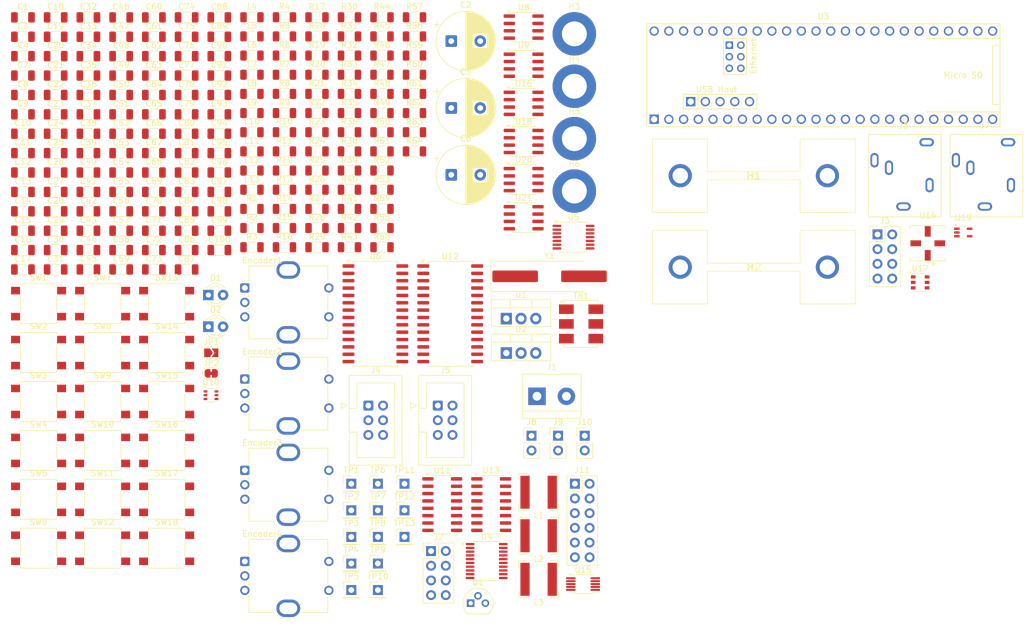
<source format=kicad_pcb>
(kicad_pcb (version 20241229) (generator "pcbnew") (generator_version "9.0")
  (layers (0 "F.Cu" signal) (2 "B.Cu" signal) (13 "F.Paste" user) (15 "B.Paste" user) (5 "F.SilkS" user "F.Silkscreen") (7 "B.SilkS" user "B.Silkscreen") (1 "F.Mask" user) (3 "B.Mask" user) (25 "Edge.Cuts" user))
  (net 0 "")
  (net 1 "+5V")
  (net 2 "GND")
  (net 3 "+12V")
  (net 4 "Net-(U1-VO)")
  (net 5 "Net-(U2-VO)")
  (net 6 "+3V3")
  (net 7 "Net-(U4-VNEG)")
  (net 8 "Net-(U4-CAPM)")
  (net 9 "Net-(U4-CAPP)")
  (net 10 "Net-(U4-LDOO)")
  (net 11 "Net-(C23-Pad1)")
  (net 12 "Net-(C24-Pad2)")
  (net 13 "Net-(U5-VREF)")
  (net 14 "Net-(C27-Pad2)")
  (net 15 "Net-(C28-Pad2)")
  (net 16 "Net-(U6-GPB3)")
  (net 17 "Net-(U6-GPB1)")
  (net 18 "Net-(U6-GPA5)")
  (net 19 "Net-(U6-GPB0)")
  (net 20 "Net-(U6-GPB4)")
  (net 21 "Net-(U6-GPA2)")
  (net 22 "Net-(U6-GPB5)")
  (net 23 "Net-(C38-Pad1)")
  (net 24 "/TX Q")
  (net 25 "Net-(C39-Pad1)")
  (net 26 "/TX I")
  (net 27 "Net-(C41-Pad1)")
  (net 28 "Net-(C42-Pad1)")
  (net 29 "Net-(U6-GPB6)")
  (net 30 "Net-(U8C-V+)")
  (net 31 "Net-(U8A-+)")
  (net 32 "Net-(U6-GPB2)")
  (net 33 "Net-(U6-GPB7)")
  (net 34 "Net-(C49-Pad1)")
  (net 35 "Net-(U9A--)")
  (net 36 "Net-(U8A--)")
  (net 37 "Net-(C50-Pad1)")
  (net 38 "Net-(U6-GPA3)")
  (net 39 "Net-(U6-GPA4)")
  (net 40 "Net-(U10-IN)")
  (net 41 "Net-(J9-Pin_2)")
  (net 42 "Net-(C56-Pad2)")
  (net 43 "Net-(C57-Pad2)")
  (net 44 "Net-(C57-Pad1)")
  (net 45 "Net-(C58-Pad2)")
  (net 46 "Net-(C59-Pad2)")
  (net 47 "Net-(C59-Pad1)")
  (net 48 "Net-(U9C-V+)")
  (net 49 "Net-(U11-1B4)")
  (net 50 "Net-(U11-1B1)")
  (net 51 "Net-(U11-1B3)")
  (net 52 "Net-(U11-1B2)")
  (net 53 "Net-(U13-1A)")
  (net 54 "Net-(U10-OUT)")
  (net 55 "Net-(Q1-G)")
  (net 56 "Net-(C70-Pad2)")
  (net 57 "Net-(U11-VCC)")
  (net 58 "/ExciterEnable")
  (net 59 "Net-(U13-VCC)")
  (net 60 "Net-(C75-Pad2)")
  (net 61 "Net-(C77-Pad1)")
  (net 62 "Net-(U13-1B1)")
  (net 63 "Net-(U13-1B4)")
  (net 64 "Net-(C78-Pad1)")
  (net 65 "Net-(U13-1B2)")
  (net 66 "Net-(C79-Pad1)")
  (net 67 "Net-(U13-1B3)")
  (net 68 "Net-(C80-Pad1)")
  (net 69 "Net-(U14-IN)")
  (net 70 "Net-(U15-CLK2)")
  (net 71 "Net-(U17-RF1)")
  (net 72 "Net-(C86-Pad1)")
  (net 73 "Net-(U14-OUT)")
  (net 74 "Net-(U17-RF2)")
  (net 75 "Net-(U18A-+)")
  (net 76 "Net-(U15-VDD)")
  (net 77 "Net-(U16C-V+)")
  (net 78 "Net-(C93-Pad2)")
  (net 79 "Net-(C94-Pad2)")
  (net 80 "Net-(U21A-+)")
  (net 81 "Net-(C96-Pad1)")
  (net 82 "Net-(C96-Pad2)")
  (net 83 "Net-(U21B-+)")
  (net 84 "Net-(C98-Pad2)")
  (net 85 "Net-(C98-Pad1)")
  (net 86 "Net-(U21C-V+)")
  (net 87 "Net-(D1-A)")
  (net 88 "Net-(D1-K)")
  (net 89 "Net-(D2-A)")
  (net 90 "Net-(D2-K)")
  (net 91 "+12P")
  (net 92 "/MISO")
  (net 93 "/C{slash}S")
  (net 94 "/SCLK")
  (net 95 "/MOSI")
  (net 96 "/BAND2")
  (net 97 "/BAND3")
  (net 98 "/BAND0")
  (net 99 "/BAND1")
  (net 100 "/BAND4")
  (net 101 "/RXTX")
  (net 102 "/D-")
  (net 103 "/D+")
  (net 105 "Net-(J4-Pin_5)")
  (net 107 "/Key2 in")
  (net 109 "/Key1 in")
  (net 111 "/PTT in")
  (net 112 "Net-(J8-Pin_1)")
  (net 113 "Net-(J8-Pin_2)")
  (net 114 "Net-(J10-Pin_1)")
  (net 115 "Net-(JP1-A)")
  (net 116 "Net-(L6-Pad1)")
  (net 117 "Net-(L8-Pad2)")
  (net 118 "Net-(L11-Pad1)")
  (net 119 "Net-(U4-XSMT)")
  (net 120 "Net-(U4-OUTL)")
  (net 121 "Net-(U4-OUTR)")
  (net 122 "Net-(U5-SCKI)")
  (net 123 "/CLK")
  (net 124 "/LRCK")
  (net 125 "Net-(U5-LRCK)")
  (net 126 "/BCK")
  (net 127 "Net-(U5-BCK)")
  (net 128 "Net-(U6-~{RESET})")
  (net 129 "Net-(U9B--)")
  (net 130 "Net-(U8B--)")
  (net 131 "Net-(U12-~{RESET})")
  (net 132 "Net-(U13-1~{OE})")
  (net 133 "/CW")
  (net 134 "Net-(U16B--)")
  (net 135 "Net-(U16B-+)")
  (net 136 "Net-(U16A--)")
  (net 137 "Net-(U16A-+)")
  (net 138 "Net-(U18A--)")
  (net 139 "Net-(R44-Pad2)")
  (net 140 "Net-(R45-Pad2)")
  (net 141 "Net-(U20-ADJ)")
  (net 142 "Net-(R51-Pad1)")
  (net 143 "/SCL")
  (net 144 "Net-(U21A--)")
  (net 145 "Net-(U21B--)")
  (net 146 "/SDA")
  (net 147 "/RX Q")
  (net 148 "Net-(U12-GPA0)")
  (net 149 "Net-(U12-GPA1)")
  (net 150 "Net-(U12-GPA2)")
  (net 151 "Net-(U12-GPA3)")
  (net 152 "Net-(U12-GPA4)")
  (net 153 "Net-(U12-GPA5)")
  (net 154 "Net-(U12-GPA6)")
  (net 155 "Net-(U12-GPA7)")
  (net 156 "Net-(U12-GPB0)")
  (net 157 "Net-(U12-GPB1)")
  (net 158 "Net-(U12-GPB2)")
  (net 159 "Net-(U12-GPB3)")
  (net 160 "Net-(U12-GPB4)")
  (net 161 "Net-(U12-GPB5)")
  (net 162 "Net-(U12-GPB6)")
  (net 163 "Net-(U12-GPB7)")
  (net 164 "Net-(U6-GPA0)")
  (net 165 "Net-(U6-GPA1)")
  (net 166 "Net-(U11-1A)")
  (net 167 "Net-(U11-2A)")
  (net 169 "/DAUDIO_OUT")
  (net 170 "/ADC_IN")
  (net 172 "/INT2")
  (net 173 "/SDA1")
  (net 175 "/SCL1")
  (net 177 "Net-(U11-S0)")
  (net 178 "Net-(U11-S1)")
  (net 182 "/INT1")
  (net 183 "Net-(U15-XB)")
  (net 184 "Net-(U15-XA)")
  (net 195 "/Tx")
  (net 196 "/RX I")
  (net 200 "/TX Mode")
  (net 210 "/Rx")
  (net 221 "Net-(U17-V2)")
  (footprint "Resistor_SMD:R_1206_3216Metric" (layer "F.Cu") (at 85.1075 75.895)
    (property "Reference" "R50")
    (property "Value" "10k")
  )
  (footprint "Rotary_Encoder:RotaryEncoder_Bourns_Vertical_PEC12R-3x17F-Sxxxx" (layer "F.Cu") (at 61.4375 102.785)
    (property "Reference" "Encoder1")
    (property "Value" "RotaryEncoder_Switch")
  )
  (footprint "Package_SO:SOIC-8_3.9x4.9mm_P1.27mm" (layer "F.Cu") (at 109.5575 70.91)
    (property "Reference" "U16")
    (property "Value" "AD8599")
  )
  (footprint "Resistor_SMD:R_1206_3216Metric" (layer "F.Cu") (at 85.1075 82.515)
    (property "Reference" "R52")
    (property "Value" "100R")
  )
  (footprint "Capacitor_SMD:C_1206_3216Metric" (layer "F.Cu") (at 45.7375 62.755)
    (property "Reference" "C62")
    (property "Value" "10uF 50V")
  )
  (footprint "Resistor_SMD:R_1206_3216Metric" (layer "F.Cu") (at 68.2775 79.205)
    (property "Reference" "R11")
    (property "Value" "10k")
  )
  (footprint "Capacitor_SMD:C_1206_3216Metric" (layer "F.Cu") (at 51.3875 89.555)
    (property "Reference" "C84")
    (property "Value" "10nF 50V")
  )
  (footprint "Package_SO:SOIC-16_3.9x9.9mm_P1.27mm" (layer "F.Cu") (at 103.9575 140.22)
    (property "Reference" "U13")
    (property "Value" "74CBTLV3253DR")
  )
  (footprint "Resistor_SMD:R_1206_3216Metric" (layer "F.Cu") (at 85.1075 92.445)
    (property "Reference" "R55")
    (property "Value" "5k1")
  )
  (footprint "Connector_PinHeader_2.54mm:PinHeader_1x01_P2.54mm_Vertical" (layer "F.Cu") (at 84.3975 141.205)
    (property "Reference" "TP7")
    (property "Value" "TestPoint")
  )
  (footprint "Resistor_SMD:R_1206_3216Metric" (layer "F.Cu") (at 62.6675 92.445)
    (property "Reference" "R2")
    (property "Value" "470R")
  )
  (footprint "Capacitor_SMD:C_1206_3216Metric" (layer "F.Cu") (at 34.4375 72.805)
    (property "Reference" "C37")
    (property "Value" "0.01uF 50V")
  )
  (footprint "Capacitor_SMD:C_1206_3216Metric" (layer "F.Cu") (at 23.1375 89.555)
    (property "Reference" "C14")
    (property "Value" "2.2uF 16V")
  )
  (footprint "LED_THT:LED_D3.0mm" (layer "F.Cu") (at 55.1375 109.485)
    (property "Reference" "D2")
    (property "Value" "LED")
  )
  (footprint "Connector_PinHeader_2.54mm:PinHeader_1x01_P2.54mm_Vertical" (layer "F.Cu") (at 79.8075 154.975)
    (property "Reference" "TP5")
    (property "Value" "TestPoint")
  )
  (footprint "Capacitor_SMD:C_1206_3216Metric" (layer "F.Cu") (at 57.0375 69.455)
    (property "Reference" "C92")
    (property "Value" "0.1uF 50V")
  )
  (footprint "Capacitor_SMD:C_1206_3216Metric" (layer "F.Cu") (at 45.7375 92.905)
    (property "Reference" "C71")
    (property "Value" "0.1uF 50V")
  )
  (footprint "Package_SO:TSSOP-20_4.4x6.5mm_P0.65mm" (layer "F.Cu") (at 103.1725 149.965)
    (property "Reference" "U4")
    (property "Value" "PCM5102")
  )
  (footprint "Package_SO:SOIC-8_3.9x4.9mm_P1.27mm" (layer "F.Cu") (at 109.5575 57.74)
    (property "Reference" "U8")
    (property "Value" "MC33078")
  )
  (footprint "Resistor_SMD:R_1206_3216Metric" (layer "F.Cu") (at 90.7175 69.275)
    (property "Reference" "R61")
    (property "Value" "5k1")
  )
  (footprint "Capacitor_SMD:C_1206_3216Metric" (layer "F.Cu") (at 23.1375 92.905)
    (property "Reference" "C15")
    (property "Value" "10uF 16V")
  )
  (footprint "Capacitor_SMD:C_1206_3216Metric" (layer "F.Cu") (at 23.1375 76.155)
    (property "Reference" "C10")
    (property "Value" "0.1uF 50V")
  )
  (footprint "Resistor_SMD:R_1206_3216Metric" (layer "F.Cu") (at 73.8875 85.825)
    (property "Reference" "R26")
    (property "Value" "36R5")
  )
  (footprint "Resistor_SMD:R_1206_3216Metric" (layer "F.Cu") (at 73.8875 62.655)
    (property "Reference" "R19")
    (property "Value" "10k 1%")
  )
  (footprint "Resistor_SMD:R_1206_3216Metric" (layer "F.Cu") (at 62.6675 95.755)
    (property "Reference" "R3")
    (property "Value" "470R")
  )
  (footprint "Package_TO_SOT_SMD:SOT-363_SC-70-6" (layer "F.Cu") (at 55.5875 121.32)
    (property "Reference" "U10")
    (property "Value" "PSA-8A+")
  )
  (footprint "Rotary_Encoder:RotaryEncoder_Bourns_Vertical_PEC12R-3x17F-Sxxxx" (layer "F.Cu") (at 61.4375 118.535)
    (property "Reference" "Encoder2")
    (property "Value" "RotaryEncoder_Switch")
  )
  (footprint "Connector_PinHeader_2.54mm:PinHeader_1x02_P2.54mm_Vertical" (layer "F.Cu") (at 115.5075 128.325)
    (property "Reference" "J9")
    (property "Value" "RX RF in")
  )
  (footprint "Capacitor_SMD:C_1206_3216Metric" (layer "F.Cu") (at 57.0375 89.555)
    (property "Reference" "C98")
    (property "Value" "105pF 50V")
  )
  (footprint "Resistor_SMD:R_1206_3216Metric" (layer "F.Cu") (at 85.1075 89.135)
    (property "Reference" "R54")
    (property "Value" "2k2")
  )
  (footprint "Resistor_SMD:R_1206_3216Metric" (layer "F.Cu") (at 90.7175 79.205)
    (property "Reference" "R64")
    (property "Value" "0")
  )
  (footprint "Package_SO:SOIC-8_3.9x4.9mm_P1.27mm" (layer "F.Cu") (at 109.5575 64.325)
    (property "Reference" "U9")
    (property "Value" "MC33078")
  )
  (footprint "Capacitor_SMD:C_1206_3216Metric" (layer "F.Cu") (at 28.7875 59.405)
    (property "Reference" "C19")
    (property "Value" "0.1uF 50V")
  )
  (footprint "Connector_PinHeader_2.54mm:PinHeader_1x01_P2.54mm_Vertical" (layer "F.Cu") (at 84.3975 154.975)
    (property "Reference" "TP10")
    (property "Value" "TestPoint")
  )
  (footprint "Resistor_SMD:R_1206_3216Metric" (layer "F.Cu") (at 62.6675 69.275)
    (property "Reference" "L8")
    (property "Value" "FB")
  )
  (footprint "Button_Switch_SMD:SW_SPST_B3S-1000" (layer "F.Cu") (at 36.8875 122.405)
    (property "Reference" "SW9")
    (property "Value" "SW_Omron_B3FS")
  )
  (footprint "Button_Switch_SMD:SW_SPST_B3S-1000" (layer "F.Cu") (at 25.8375 139.305)
    (property "Reference" "SW5")
    (property "Value" "SW_Omron_B3FS")
  )
  (footprint "Capacitor_SMD:C_1206_3216Metric" (layer "F.Cu") (at 45.7375 66.105)
    (property "Reference" "C63")
    (property "Value" "0.1uF 50V")
  )
  (footprint "Resistor_SMD:R_1206_3216Metric" (layer "F.Cu") (at 68.2775 95.755)
    (property "Reference" "R16")
    (property "Value" "2k2")
  )
  (footprint "Resistor_SMD:R_1206_3216Metric" (layer "F.Cu") (at 85.1075 79.205)
    (property "Reference" "R51")
    (property "Value" "330R")
  )
  (footprint "Resistor_SMD:R_1206_3216Metric" (layer "F.Cu") (at 73.8875 72.585)
    (property "Reference" "R22")
    (property "Value" "49R9 1%")
  )
  (footprint "Button_Switch_SMD:SW_SPST_B3S-1000" (layer "F.Cu") (at 36.8875 105.505)
    (property "Reference" "SW7")
    (property "Value" "SW_Omron_B3FS")
  )
  (footprint "Resistor_SMD:R_1206_3216Metric" (layer "F.Cu") (at 79.4975 72.585)
    (property "Reference" "R35")
    (property "Value" "2k2")
  )
  (footprint "Resistor_SMD:R_1206_3216Metric" (layer "F.Cu") (at 73.8875 95.755)
    (property "Reference" "R29")
    (property "Value" "500R")
  )
  (footprint "Button_Switch_SMD:SW_SPST_B3S-1000" (layer "F.Cu") (at 47.9375 139.305)
    (property "Reference" "SW17")
    (property "Value" "SW_Omron_B3FS")
  )
  (footprint "Connector_PinHeader_2.54mm:PinHeader_1x01_P2.54mm_Vertical" (layer "F.Cu") (at 79.8075 136.615)
    (property "Reference" "TP1")
    (property "Value" "TestPoint")
  )
  (footprint "Resistor_SMD:R_1206_3216Metric" (layer "F.Cu") (at 90.7175 59.345)
    (property "Reference" "R58")
    (property "Value" "5k1")
  )
  (footprint "Connector_PinHeader_2.54mm:PinHeader_1x02_P2.54mm_Vertical" (layer "F.Cu") (at 110.9175 128.325)
    (property "Reference" "J8")
    (property "Value" "Header")
  )
  (footprint "Resistor_SMD:R_1206_3216Metric" (layer "F.Cu") (at 90.7175 62.655)
    (property "Reference" "R59")
    (property "Value" "5k1")
  )
  (footprint "Connector_IDC:IDC-Header_2x03_P2.54mm_Vertical" (layer "F.Cu") (at 82.7525 123.105)
    (property "Reference" "J4")
    (property "Value" "USBHost")
  )
  (footprint "Capacitor_SMD:C_1206_3216Metric" (layer "F.Cu") (at 40.0875 82.855)
    (property "Reference" "C54")
    (property "Value" "0.01uF 50V")
  )
  (footprint "Button_Switch_SMD:SW_SPST_B3S-1000" (layer "F.Cu") (at 25.8375 147.755)
    (property "Reference" "SW6")
    (property "Value" "SW_Omron_B3FS")
  )
  (footprint "Resistor_SMD:R_1206_3216Metric" (layer "F.Cu") (at 90.7175 56.035)
    (property "Reference" "R57")
    (property "Value" "5k1")
  )
  (footprint "Button_Switch_SMD:SW_SPST_B3S-1000" (layer "F.Cu") (at 25.8375 122.405)
    (property "Reference" "SW3")
    (property "Value" "SW_Omron_B3FS")
  )
  (footprint "Capacitor_SMD:C_1206_3216Metric" (layer "F.Cu") (at 34.4375 89.555)
    (property "Reference" "C42")
    (property "Value" "10nF 50V")
  )
  (footprint "Capacitor_SMD:C_1206_3216Metric" (layer "F.Cu") (at 45.7375 56.055)
    (property "Reference" "C60")
    (property "Value" "0.1uF 50V")
  )
  (footprint "Capacitor_SMD:C_1206_3216Metric" (layer "F.Cu") (at 34.4375 92.905)
    (property "Reference" "C43")
    (property "Value" "0.01uF 50V")
  )
  (footprint "Capacitor_SMD:C_1206_3216Metric" (layer "F.Cu") (at 34.4375 56.055)
    (property "Reference" "C32")
    (property "Value" "0.01uF 50V")
  )
  (footprint "MountingHole:MountingHole_4.3mm_M4_DIN965_Pad" (layer "F.Cu") (at 118.3075 77.005)
    (property "Reference" "H5")
    (property "Value" "~")
  )
  (footprint "Button_Switch_SMD:SW_SPST_B3S-1000" (layer "F.Cu") (at 36.8875 113.955)
    (property "Reference" "SW8")
    (property "Value" "SW_Omron_B3FS")
  )
  (footprint "Capacitor_SMD:C_1206_3216Metric" (layer "F.Cu") (at 45.7375 99.605)
    (property "Reference" "C73")
    (property "Value" "0.1uF 50V")
  )
  (footprint "MountingHole:MountingHole_4.3mm_M4_DIN965_Pad" (layer "F.Cu") (at 118.3075 67.955)
    (property "Reference" "H4")
    (property "Value" "~")
  )
  (footprint "Resistor_SMD:R_1206_3216Metric" (layer "F.Cu") (at 73.8875 82.515)
    (property "Reference" "R25")
    (property "Value" "49R9 1%")
  )
  (footprint "Capacitor_SMD:C_1206_3216Metric" (layer "F.Cu") (at 45.7375 82.855)
    (property "Reference" "C68")
    (property "Value" "0.1uF 50V")
  )
  (footprint "Capacitor_SMD:C_1206_3216Metric" (layer "F.Cu") (at 51.3875 92.905)
    (property "Reference" "C85")
    (property "Value" "0.1uF 50V")
  )
  (footprint "Resistor_SMD:R_1206_3216Metric" (layer "F.Cu") (at 79.4975 75.895)
    (property "Reference" "R36")
    (property "Value" "2k2")
  )
  (footprint "Capacitor_SMD:C_1206_3216Metric" (layer "F.Cu") (at 57.0375 66.105)
    (property "Reference" "C91")
    (property "Value" "0.1uF 50V")
  )
  (footprint "Button_Switch_SMD:SW_SPST_B3S-1000" (layer "F.Cu") (at 36.8875 147.755)
    (property "Reference" "SW12")
    (property "Value" "SW_Omron_B3FS")
  )
  (footprint "Resistor_SMD:R_1206_3216Metric" (layer "F.Cu") (at 73.8875 59.345)
    (property "Reference" "R18")
    (property "Value" "10k 1%")
  )
  (footprint "Capacitor_SMD:C_1206_3216Metric" (layer "F.Cu") (at 57.0375 59.405)
    (property "Reference" "C89")
    (property "Value" "0.1uF 50V")
  )
  (footprint "Resistor_SMD:R_1206_3216Metric" (layer "F.Cu") (at 73.8875 89.135)
    (property "Reference" "R27")
    (property "Value" "2.2K")
  )
  (footprint "Connector_PinHeader_2.54mm:PinHeader_1x01_P2.54mm_Vertical" (layer "F.Cu") (at 79.8075 150.385)
    (property "Reference" "TP4")
    (property "Value" "TestPoint")
  )
  (footprint "Capacitor_THT:CP_Radial_D10.0mm_P5.00mm" (layer "F.Cu") (at 97.062146 71.705)
    (property "Reference" "C5")
    (property "Value" "470uF 25V")
  )
  (footprint "Button_Switch_SMD:SW_SPST_B3S-1000" (layer "F.Cu") (at 25.8375 105.505)
    (property "Reference" "SW1")
    (property "Value" "SW_Omron_B3FS")
  )
  (footprint "Capacitor_SMD:C_1206_3216Metric" (layer "F.Cu") (at 51.3875 62.755)
    (property "Reference" "C76")
    (property "Value" "10uF 50V")
  )
  (footprint "Resistor_SMD:R_1206_3216Metric" (layer "F.Cu") (at 85.1075 85.825)
    (property "Reference" "R53")
    (property "Value" "2k2")
  )
  (footprint "Capacitor_SMD:C_1206_3216Metric" (layer "F.Cu") (at 57.0375 56.055)
    (property "Reference" "C88")
    (property "Value" "0.1uF 50V")
  )
  (footprint "Resistor_SMD:R_1206_3216Metric" (layer "F.Cu") (at 68.2775 69.275)
    (property "Reference" "R8")
    (property "Value" "330")
  )
  (footprint "Resistor_SMD:R_1206_3216Metric" (layer "F.Cu") (at 62.6675 85.825)
    (property "Reference" "L13")
    (property "Value" "FB")
  )
  (footprint "Jumper:SolderJumper-2_P1.3mm_Open_TrianglePad1.0x1.5mm" (layer "F.Cu") (at 55.6375 113.995)
    (property "Reference" "JP1")
    (property "Value" "SolderJumper_2_Open")
  )
  (footprint "Capacitor_SMD:C_1206_3216Metric" (layer "F.Cu") (at 45.7375 89.555)
    (property "Reference" "C70")
    (property "Value" "0.1uF 50V")
  )
  (footprint "Resistor_SMD:R_1206_3216Metric" (layer "F.Cu") (at 79.4975 69.275)
    (property "Reference" "R34")
    (property "Value" "10k")
  )
  (footprint "Capacitor_SMD:C_1206_3216Metric" (layer "F.Cu") (at 28.7875 79.505)
    (property "Reference" "C25")
    (property "Value" "0.1uF 50V")
  )
  (footprint "Resistor_SMD:R_1206_3216Metric" (layer "F.Cu") (at 85.1075 62.655)
    (property "Reference" "R46")
    (property "Value" "1k8")
  )
  (footprint "Rotary_Encoder:RotaryEncoder_Bourns_Vertical_PEC12R-3x17F-Sxxxx" (layer "F.Cu") (at 61.4375 150.035)
    (property "Reference" "Encoder4")
    (property "Value" "RotaryEncoder_Switch")
  )
  (footprint "Capacitor_SMD:C_1206_3216Metric" (layer "F.Cu") (at 57.0375 62.755)
    (property "Reference" "C90")
    (property "Value" "0.1uF 50V")
  )
  (footprint "Package_SO:SOIC-8_3.9x4.9mm_P1.27mm" (layer "F.Cu") (at 109.5575 90.665)
    (property "Reference" "U21")
    (property "Value" "OPA2209")
  )
  (footprint "Capacitor_SMD:C_1206_3216Metric" (layer "F.Cu") (at 23.1375 79.505)
    (property "Reference" "C11")
    (property "Value" "0.1uF 50V")
  )
  (footprint "Capacitor_SMD:C_1206_3216Metric" (layer "F.Cu") (at 57.0375 79.505)
    (property "Reference" "C95")
    (property "Value" "180pF 50V")
  )
  (footprint "Capacitor_SMD:C_1206_3216Metric" (layer "F.Cu") (at 23.1375 62.755)
    (property "Reference" "C4")
    (property "Value" "10uF 16V")
  )
  (footprint "Capacitor_SMD:C_1206_3216Metric" (layer "F.Cu") (at 57.0375 92.905)
    (property "Reference" "C99")
    (property "Value" "0.1uF 50V")
  )
  (footprint "Package_SO:SOIC-16_3.9x9.9mm_P1.27mm" (layer "F.Cu") (at 95.5075 140.22)
    (property "Reference" "U11")
    (property "Value" "74CBTLV3253DR")
  )
  (footprint "Resistor_SMD:R_1206_3216Metric" (layer "F.Cu") (at 85.1075 72.585)
    (property "Reference" "R49")
    (property "Value" "10k")
  )
  (footprint "Package_SO:SOIC-8_3.9x4.9mm_P1.27mm" (layer "F.Cu") (at 109.5575 77.495)
    (property "Reference" "U18")
    (property "Value" "LM358B")
  )
  (footprint "Capacitor_SMD:C_1206_3216Metric" (layer "F.Cu") (at 40.0875 76.155)
    (property "Reference" "C52")
    (property "Value" "0.01uF 50V")
  )
  (footprint "Resistor_SMD:R_1206_3216Metric" (layer "F.Cu") (at 68.2775 89.135)
    (property "Reference" "R14")
    (property "Value" "10k 1%")
  )
  (footprint "Connector_PinHeader_2.54mm:PinHeader_2x06_P2.54mm_Vertical" (layer "F.Cu") (at 118.3975 136.615)
    (property "Reference" "J11")
    (property "Value" "PA POWER +12V")
  )
  (footprint "Capacitor_SMD:C_1206_3216Metric" (layer "F.Cu") (at 40.0875 62.755)
    (property "Reference" "C48")
    (property "Value" "0.01uF 50V")
  )
  (footprint "Capacitor_SMD:C_1206_3216Metric" (layer "F.Cu") (at 40.0875 56.055)
    (property "Reference" "C46")
    (property "Value" "10uF 50V")
  )
  (footprint "Resistor_SMD:R_1206_3216Metric" (layer "F.Cu") (at 85.1075 59.345)
    (property "Reference" "R45")
    (property "Value" "2k")
  )
  (footprint "Capacitor_SMD:C_1206_3216Metric" (layer "F.Cu") (at 40.0875 86.205)
    (property "Reference" "C55")
    (property "Value" "0.1uF 50V")
  )
  (footprint "Capacitor_SMD:C_1206_3216Metric" (layer "F.Cu") (at 28.7875 56.055)
    (property "Reference" "C18")
    (property "Value" "0.1uF 50V")
  )
  (footprint "Button_Switch_SMD:SW_SPST_B3S-1000" (layer "F.Cu") (at 47.9375 130.855)
    (property "Reference" "SW16")
    (property "Value" "SW_Omron_B3FS")
  )
  (footprint "Package_SO:SOIC-28W_7.5x17.9mm_P1.27mm" (layer "F.Cu") (at 96.8775 107.26)
    (property "Reference" "U12")
    (property "Value" "MCP23017_SO")
  )
  (footprint "Capacitor_SMD:C_1206_3216Metric" (layer "F.Cu") (at 51.3875 56.055)
    (property "Reference" "C74")
    (property "Value" "0.1uF 50V")
  )
  (footprint "Connector_PinHeader_2.54mm:PinHeader_1x01_P2.54mm_Vertical" (layer "F.Cu") (at 84.3975 145.795)
    (property "Reference" "TP8")
    (property "Value" "TestPoint")
  )
  (footprint "Connector_PinHeader_2.54mm:PinHeader_1x01_P2.54mm_Vertical" (layer "F.Cu") (at 84.3975 150.385)
    (property "Reference" "TP9")
    (property "Value" "TestPoint")
  )
  (footprint "LED_THT:LED_D3.0mm" (layer "F.Cu") (at 55.1375 104.015)
    (property "Reference" "D1")
    (property "Value" "LED")
  )
  (footprint "Button_Switch_SMD:SW_SPST_B3S-1000" (layer "F.Cu") (at 47.9375 122.405)
    (property "Reference" "SW15")
    (property "Value" "SW_Omron_B3FS")
  )
  (footprint "Resistor_SMD:R_1206_3216Metric" (layer "F.Cu") (at 73.8875 92.445)
    (property "Reference" "R28")
    (property "Value" "10k")
  )
  (footprint "T41_KiCad_Library:EAT22038E" (layer "F.Cu") (at 136.585 83.405)
    (property "Reference" "H1")
    (property "Value" "EA-T220-38E" (hide yes))
  )
  (footprint "Resistor_SMD:R_1206_3216Metric" (layer "F.Cu") (at 73.8875 75.895)
    (property "Reference" "R23")
    (property "Value" "49R9 1%")
  )
  (footprint "Connector_PinHeader_2.54mm:PinHeader_1x01_P2.54mm_Vertical" (layer "F.Cu") (at 84.3975 136.615)
    (property "Reference" "TP6")
    (property "Value" "TestPoint")
  )
  (footprint "Resistor_SMD:R_1206_3216Metric" (layer "F.Cu") (at 73.8875 65.965)
    (property "Reference" "R20")
    (property "Value" "10k 1%")
  )
  (footprint "T41_KiCad_Library:Mini-Circuits_WW107" (layer "F.Cu") (at 179.302 95.082)
    (property "Reference" "U14")
    (property "Value" "MAR-3SM+")
  )
  (footprint "Capacitor_SMD:C_1206_3216Metric" (layer "F.Cu") (at 40.0875 99.605)
    (property "Reference" "C59")
    (property "Value" "10uF 50V")
  )
  (footprint "T41_KiCad_Library:SOT-SC70" (layer "F.Cu") (at 185.428 93.212)
    (property "Reference" "U19")
    (property "Value" "SN74LVC1G04DCK")
  )
  (footprint "Capacitor_SMD:C_1206_3216Metric" (layer "F.Cu") (at 51.3875 99.605)
    (property "Reference" "C87")
    (property "Value" "0.1uF 50V")
  )
  (footprint "Capacitor_SMD:C_1206_3216Metric" (layer "F.Cu") (at 34.4375 79.505)
    (property "Reference" "C39")
    (property "Value" "10uF 50V")
  )
  (footprint "Resistor_SMD:R_1206_3216Metric" (layer "F.Cu") (at 62.6675 89.135)
    (property "Reference" "R1")
    (property "Value" "2K2")
  )
  (footprint "MountingHole:MountingHole_4.3mm_M4_DIN965_Pad" (layer "F.Cu") (at 118.3075 86.055)
    (property "Reference" "H6")
    (property "Value" "~")
  )
  (footprint "Package_SO:SOIC-28W_7.5x17.9mm_P1.27mm" (layer "F.Cu") (at 83.9675 107.26)
    (property "Reference" "U6")
    (property "Value" "MCP23017_SO")
  )
  (footprint "Capacitor_SMD:C_1206_3216Metric" (layer "F.Cu") (at 28.7875 92.905)
    (property "Reference" "C29")
    (property "Value" "10uF 16V")
  )
  (footprint "Capacitor_SMD:C_1206_3216Metric" (layer "F.Cu") (at 45.7375 69.455)
    (property "Reference" "C64")
    (property "Value" "0.2uF 50V")
  )
  (footprint "Capacitor_SMD:C_1206_3216Metric" (layer "F.Cu") (at 57.0375 72.805)
    (property "Reference" "C93")
    (property "Value" "10uF 50V")
  )
  (footprint "Resistor_SMD:R_1206_3216Metric" (layer "F.Cu") (at 68.2775 85.825)
    (property "Reference" "R13")
    (property "Value" "2k2 1%")
  )
  (footprint "Button_Switch_SMD:SW_SPST_B3S-1000" (layer "F.Cu") (at 25.8375 113.955)
    (property "Reference" "SW2")
    (property "Value" "SW_Omron_B3FS")
  )
  (footprint "Resistor_SMD:R_1206_3216Metric" (layer "F.Cu") (at 79.4975 62.655)
    (property "Reference" "R32")
    (property "Value" "10k")
  )
  (footprint "Resistor_SMD:R_1206_3216Metric" (layer "F.Cu") (at 73.8875 79.205)
    (property "Reference" "R24")
    (property "Value" "49R9 1%")
  )
  (footprint "Capacitor_SMD:C_1206_3216Metric" (layer "F.Cu") (at 28.7875 62.755)
    (property "Reference" "C20")
    (property "Value" "10uF 16V")
  )
  (footprint "Resistor_SMD:R_1206_3216Metric" (layer "F.Cu") (at 85.1075 65.965)
    (property "Reference" "R47")
    (property "Value" "10k")
  )
  (footprint "T41_KiCad_Library:MASWSS0179-SOT-26" (layer "F.Cu") (at 177.992605 101.835605)
    (property "Reference" "U17")
    (property "Value" "MASWSS0179")
  )
  (footprint "Resistor_SMD:R_1206_3216Metric" (layer "F.Cu") (at 68.2775 82.515)
    (property "Reference" "R12")
    (property "Value" "2k2 1%")
  )
  (footprint "Button_Switch_SMD:SW_SPST_B3S-1000" (layer "F.Cu") (at 47.9375 105.505)
    (property "Reference" "SW13")
    (property "Value" "SW_Omron_B3FS")
  )
  (footprint "Button_Switch_SMD:SW_SPST_B3S-1000" (layer "F.Cu") (at 47.9375 147.755)
    (property "Reference" "SW18")
    (property "Value" "SW_Omron_B3FS")
  )
  (footprint "Capacitor_SMD:C_1206_3216Metric" (layer "F.Cu") (at 51.3875 59.405)
    (property "Reference" "C75")
    (property "Value" "0.1uF 50V")
  )
  (footprint "Capacitor_SMD:C_1206_3216Metric" (layer "F.Cu") (at 23.1375 99.605)
    (property "Reference" "C17")
    (property "Value" "0.1uF 50V")
  )
  (footprint "Capacitor_SMD:C_1206_3216Metric" (layer "F.Cu") (at 40.0875 89.555)
    (property "Reference" "C56")
    (property "Value" "10uF 50V")
  )
  (footprint "Resistor_SMD:R_1206_3216Metric" (layer "F.Cu") (at 73.8875 69.275)
    (property "Reference" "R21")
    (property "Value" "10k 1%")
  )
  (footprint "Resistor_SMD:R_1206_3216Metric" (layer "F.Cu") (at 62.6675 62.655)
    (property "Reference" "L6")
    (property "Value" "1.5uH")
  )
  (footprint "T41_KiCad_Library:Jack_3.5mm_STX-3081_Horizontal" (layer "F.Cu") (at 175.11 88.73)
    (property "Reference" "J6")
    (property "Value" "Rec_Out")
  )
  (footprint "Capacitor_SMD:C_1206_3216Metric" (layer "F.Cu") (at 34.4375 69.455)
    (property "Reference" "C36")
    (property "Value" "0.01uF 50V")
  )
  (footprint "Package_TO_SOT_THT:TO-220-3_Vertical" (layer "F.Cu") (at 106.5675 108.085)
    (property "Reference" "U1")
    (property "Value" "LM7805CT")
  )
  (footprint "Connector_PinHeader_2.54mm:PinHeader_1x01_P2.54mm_Vertical" (layer "F.Cu") (at 88.9875 136.615)
    (property "Reference" "TP11")
    (property "Value" "TestPoint")
  )
  (footprint "Capacitor_SMD:C_1206_3216Metric" (layer "F.Cu") (at 51.3875 79.505)
    (property "Reference" "C81")
    (property "Value" "10nF 50V")
  )
  (footprint "Capacitor_SMD:C_1206_3216Metric" (layer "F.Cu") (at 51.3875 96.255)
    (property "Reference" "C86")
    (property "Value" "0.1uF 50V")
  )
  (footprint "T41_KiCad_Library:EAT22038E" (layer "F.Cu") (at 136.585 99.205)
    (property "Reference" "H2")
    (property "Value" "EA-T220-38E" (hide yes))
  )
  (footprint "Capacitor_SMD:C_1206_3216Metric" (layer "F.Cu") (at 51.3875 69.455)
    (property "Reference" "C78")
    (property "Value" "1uF 50V")
  )
  (footprint "Capacitor_SMD:C_1206_3216Metric" (layer "F.Cu") (at 45.7375 59.405)
    (property "Reference" "C61")
    (property "Value" "0.1uF 50V")
  )
  (footprint "Capacitor_SMD:C_1206_3216Metric" (layer "F.Cu") (at 51.3875 86.205)
    (property "Reference" "C83")
    (property "Value" "10nF 50V")
  )
  (footprint "Crystal:Crystal_SMD_HC49-SD_HandSoldering" (layer "F.Cu") (at 114.0275 100.785)
    (property "Reference" "Y1")
    (property "Value" "25MHz")
  )
  (footprint "Button_Switch_SMD:SW_SPST_B3S-1000" (layer "F.Cu") (at 47.9375 113.955)
    (property "Reference" "SW14")
    (property "Value" "SW_Omron_B3FS")
  )
  (footprint "Capacitor_SMD:C_1206_3216Metric" (layer "F.Cu") (at 51.3875 82.855)
    (property "Reference" "C82")
    (property "Value" "10nF 50V")
  )
  (footprint "Package_TO_SOT_THT:TO-220-3_Vertical" (layer "F.Cu") (at 106.5675 114.035)
    (property "Reference" "U2")
    (property "Value" "LM1117T-3.3")
  )
  (footprint "Capacitor_THT:CP_Radial_D10.0mm_P5.00mm" (layer "F.Cu") (at 97.062146 83.255)
    (property "Reference" "C6")
    (property "Value" "470uF 25V")
  )
  (footprint "Capacitor_SMD:C_1206_3216Metric" (layer "F.Cu") (at 51.3875 66.105)
    (property "Reference" "C77")
    (property "Value" "1uF 50V")
  )
  (footprint "T41_KiCad_Library:Teensy41" (layer "F.Cu") (at 161.29 66.04)
    (property "Reference" "U3")
    (property "Value" "Teensy4.1")
  )
  (footprint "Capacitor_SMD:C_1206_3216Metric" (layer "F.Cu") (at 57.0375 96.255)
    (property "Reference" "C100")
    (property "Value" "0.1uF 50V")
  )
  (footprint "Resistor_SMD:R_1206_3216Metric" (layer "F.Cu") (at 79.4975 85.825)
    (property "Reference" "R40")
    (property "Value" "100R")
  )
  (footprint "Resistor_SMD:R_1206_3216Metric" (layer "F.Cu") (at 62.6675 75.895)
    (property "Reference" "L10")
    (property "Value" "FB")
  )
  (footprint "Capacitor_SMD:C_1206_3216Metric" (layer "F.Cu") (at 28.7875 99.605)
    (property "Reference" "C31")
    (property "Value" "0.01uF 50V")
  )
  (footprint "Capacitor_SMD:C_1206_3216Metric" (layer "F.Cu") (at 23.1375 56.055)
    (property "Reference" "C1")
    (property "Value" "0.1uF 50V")
  )
  (footprint "Resistor_SMD:R_1206_3216Metric" (layer "F.Cu") (at 68.2775 75.895)
    (property "Reference" "R10")
    (property "Value" "10k")
  )
  (footprint "Capacitor_SMD:C_1206_3216Metric" (layer "F.Cu") (at 28.7875 89.555)
    (property "Reference" "C28")
    (property "Value" "10uF 16V")
  )
  (footprint "Inductor_SMD:L_Bourns-SRN6028" (layer "F.Cu") (at 112.1425 145.6)
    (property "Reference" "L2")
    (property "Value" "10uH 20%")
  )
  (footprint "Capacitor_SMD:C_1206_3216Metric" (layer "F.Cu") (at 34.4375 96.255)
    (property "Reference" "C44")
    (property "Value" "0.1uF 50V")
  )
  (footprint "Capacitor_SMD:C_1206_3216Metric" (layer "F.Cu") (at 57.0375 82.855)
    (property "Reference" "C96")
    (property "Value" "105pF 50V")
  )
  (footprint "Capacitor_SMD:C_1206_3216Metric" (layer "F.Cu") (at 23.1375 59.405)
    (property "Reference" "C3")
    (property "Value" "0.1uF 50V")
  )
  (footprint "Capacitor_SMD:C_1206_3216Metric" (layer "F.Cu") (at 23.1375 82.855)
    (property "Reference" "C12")
    (property "Value" "10uF 16V")
  )
  (footprint "Capacitor_SMD:C_1206_3216Metric" (layer "F.Cu") (at 28.7875 76.155)
    (property "Reference" "C24")
    (property "Value" "2.2nF")
  )
  (footprint "Resistor_SMD:R_1206_3216Metric" (layer "F.Cu") (at 62.6675 59.345)
    (property "Reference" "L5")
    (property "Value" "FB")
  )
  (footprint "Resistor_SMD:R_1206_3216Metric" (layer "F.Cu") (at 90.7175 75.895)
    (property "Reference" "R63")
    (property "Value" "0")
  )
  (footprint "Capacitor_SMD:C_1206_3216Metric" (layer "F.Cu") (at 28.7875 72.805)
    (property "Reference" "C23")
    (property "Value" "2.2nF")
  )
  (footprint "MountingHole:MountingHole_4.3mm_M4_DIN965_Pad" (layer "F.Cu") (at 118.3075 58.905)
    (property "Reference" "H3")
    (property "Value" "~")
  )
  (footprint "Resistor_SMD:R_1206_3216Metric" (layer "F.Cu") (at 79.4975 79.205)
    (property "Reference" "R38")
    (property "Value" "51k")
  )
  (footprint "Capacitor_SMD:C_1206_3216Metric" (layer "F.Cu") (at 28.7875 66.105)
    (property "Reference" "C21")
    (property "Value" "10uF 16V")
  )
  (footprint "Capacitor_SMD:C_1206_3216Metric" (layer "F.Cu") (at 51.3875 72.805)
    (property "Reference" "C79")
    (property "Value" "1uF 50V")
  )
  (footprint "Capacitor_SMD:C_1206_3216Metric" (layer "F.Cu") (at 23.1375 72.805)
    (property "Reference" "C9")
    (property "Value" "0.1uF 50V")
  )
  (footprint "Capacitor_SMD:C_1206_3216Metric" (layer "F.Cu") (at 23.1375 96.255)
    (property "Reference" "C16")
    (property "Value" "2.2uF 16V")
  )
  (footprint "Capacitor_SMD:C_1206_3216Metric" (layer "F.Cu") (at 45.7375 79.505)
    (property "Reference" "C67")
    (property "Value" "0.2uF 50V")
  )
  (footprint "Resistor_SMD:R_1206_3216Metric" (layer "F.Cu") (at 68.2775 65.965)
    (property "Reference" "R7")
    (property "Value" "2.2K")
  )
  (footprint "Resistor_SMD:R_1206_3216Metric" (layer "F.Cu") (at 62.6675 82.515)
    (property "Reference" "L12")
    (property "Value" "FB")
  )
  (footprint "Connector_PinHeader_2.54mm:PinHeader_1x01_P2.54mm_Vertical" (layer "F.Cu") (at 88.9875 145.795)
    (property "Reference" "TP13")
    (property "Value" "TestPoint")
  )
  (footprint "Connector_PinHeader_2.54mm:PinHeader_1x01_P2.54mm_Vertical" (layer "F.Cu") (at 88.9875 141.205)
    (property "Reference" "TP12")
    (property "Value" "TestPoint")
  )
  (footprint "Capacitor_THT:CP_Radial_D10.0mm_P5.00mm" (layer "F.Cu") (at 97.062146 60.155)
    (property "Reference" "C2")
    (property "Value" "470uF 25V")
  )
  (footprint "Capacitor_SMD:C_1206_3216Metric" (layer "F.Cu") (at 57.0375 86.205)
    (property "Reference" "C97")
    (property "Value" "180pF 50V")
  )
  (footprint "Capacitor_SMD:C_1206_3216Metric" (layer "F.Cu") (at 45.7375 86.205)
    (property "Reference" "C69")
    (property "Value" "0.1uF 50V")
  )
  (footprint "Capacitor_SMD:C_1206_3216Metric" (layer "F.Cu") (at 23.1375 66.105)
    (property "Reference" "C7")
    (property "Value" "0.1uF 50V")
  )
  (footprint "Resistor_SMD:R_1206_3216Metric" (layer "F.Cu") (at 90.7175 72.585)
    (property "Reference" "R62")
    (property "Value" "5k1")
  )
  (footprint "Capacitor_SMD:C_1206_3216Metric" (layer "F.Cu") (at 28.7875 96.255)
    (property "Reference" "C30")
    (property "Value" "0.1uF 50V")
  )
  (footprint "Rotary_Encoder:RotaryEncoder_Bourns_Vertical_PEC12R-3x17F-Sxxxx" (layer "F.Cu") (at 61.4375 134.285)
    (property "Reference" "Encoder3")
    (property "Value" "RotaryEncoder_Switch")
  )
  (footprint "Resistor_SMD:R_1206_3216Metric" (layer "F.Cu") (at 79.4975 92.445)
    (property "Reference" "R42")
    (property "Value" "100R")
  )
  (footprint "Connector_IDC:IDC-Header_2x03_P2.54mm_Vertical" (layer "F.Cu") (at 94.7375 123.105)
    (property "Reference" "J5")
    (property "Value" "Keys/PTT")
  )
  (footprint "Capacitor_SMD:C_1206_3216Metric" (layer "F.Cu") (at 45.7375 76.155)
    (property "Reference" "C66")
    (property "Value" "0.2uF 50V")
  )
  (footprint "Resistor_SMD:R_1206_3216Metric" (layer "F.Cu") (at 68.2775 56.035)
    (property "Reference" "R4")
    (property "Value" "100R")
  )
  (footprint "Resistor_SMD:R_1206_3216Metric" (layer "F.Cu") (at 62.6675 72.585)
    (property "Reference" "L9")
    (property "Value" "FB")
  )
  (footprint "Resistor_SMD:R_1206_3216Metric" (layer "F.Cu") (at 79.4975 56.035)
    (property "Reference" "R30")
    (property "Value" "500R")
  )
  (footprint "Resistor_SMD:R_1206_3216Metric" (layer "F.Cu") (at 85.1075 95.755)
    (property "Reference" "R56")
    (property "Value" "5k1")
  )
  (footprint "Resistor_SMD:R_1206_3216Metric" (layer "F.Cu") (at 79.4975 82.515)
    (property "Reference" "R39")
    (property "Value" "100R")
  )
  (footprint "Resistor_SMD:R_1206_3216Metric" (layer "F.Cu") (at 90.7175 65.965)
    (property "Reference" "R60")
    (property "Value" "5k1")
  )
  (footprint "Resistor_SMD:R_1206_3216Metric" (layer "F.Cu") (at 79.4975 59.345)
    (property "Reference" "R31")
    (property "Value" "100k")
  )
  (footprint "Connector_PinHeader_2.54mm:PinHeader_1x02_P2.54mm_Vertical" (layer "F.Cu") (at 120.0975 128.325)
    (property "Reference" "J10")
    (property "Value" "TX RF Out")
  )
  (footprint "Capacitor_SMD:C_1206_3216Metric" (layer "F.Cu") (at 57.0375 76.155)
    (property "Reference" "C94")
    (property "Value" "10uF 50V")
  )
  (footprint "Package_TO_SOT_THT:TO-92" (layer "F.Cu") (at 100.4075 157.245)
    (property "Reference" "Q1")
    (property "Value" "BS170")
  )
  (footprint "T41_KiCad_Library:Jack_3.5mm_STX-3081_Horizontal" (layer "F.Cu") (at 189.16 88.73)
    (property "Reference" "J7")
    (property "Value" "Mic_In")
  )
  (footprint "Capacitor_SMD:C_1206_3216Metric" (layer "F.Cu") (at 28.7875 86.205)
    (property "Reference" "C27")
    (property "Value" "10uF 16V")
  )
  (footprint "Capacitor_SMD:C_1206_3216Metric" (layer "F.Cu") (at 45.7375 96.255)
    (property "Reference" "C72")
    (property "Value" "0.1uF 50V")
  )
  (footprint "Jumper:SolderJumper-2_P1.3mm_Bridged_RoundedPad1.0x1.5mm" (layer "F.Cu") (at 55.6375 117.545)
    (property "Reference" "JP2")
    (property "Value" "SolderJumper_2_Bridged")
  )
  (footprint "Inductor_SMD:L_Bourns-SRN6028" (layer "F.Cu") (at 112.1425 153.12)
    (property "Reference" "L3")
    (property "Value" "10uH 20%")
  )
  (footprint "Button_Switch_SMD:SW_SPST_B3S-1000" (layer "F.Cu") (at 36.8875 130.855)
    (property "Reference" "SW10")
    (property "Value" "SW_Omron_B3FS")
  )
  (footprint "Resistor_SMD:R_1206_3216Metric" (layer "F.Cu") (at 62.6675 79.205)
    (property "Reference" "L11")
    (property "Value" "1.5uH")
  )
  (footprint "Resistor_SMD:R_1206_3216Metric" (layer "F.Cu") (at 79.4975 89.135)
    (property "Reference" "R41")
    (property "Value" "100R")
  )
  (footprint "Capacitor_SMD:C_1206_3216Metric" (layer "F.Cu") (at 40.0875 59.405)
    (property "Reference" "C47")
    (property "Value" "0.01uF 50V")
  )
  (footprint "Capacitor_SMD:C_1206_3216Metric" (layer "F.Cu") (at 34.4375 59.405)
    (property "Reference" "C33")
    (property "Value" "0.01uF 50V")
  )
  (footprint "Capacitor_SMD:C_1206_3216Metric" (layer "F.Cu") (at 34.4375 86.205)
    (property "Reference" "C41")
    (property "Value" "10nF 50V")
  )
  (footprint "Capacitor_SMD:C_1206_3216Metric" (layer "F.Cu") (at 40.0875 92.905)
    (property "Reference" "C57")
    (property "Value" "10uF 50V")
  )
  (footprint "Connector_PinHeader_2.54mm:PinHeader_1x01_P2.54mm_Vertical" (layer "F.Cu") (at 79.8075 145.795)
    (property "Reference" "TP3")
    (property "Value" "TestPoint")
  )
  (footprint "Capacitor_SMD:C_1206_3216Metric" (layer "F.Cu") (at 23.1375 69.455)
    (property "Reference" "C8")
    (property "Value" "10uF 16V")
  )
  (footprint "Capacitor_SMD:C_1206_3216Metric" (layer "F.Cu") (at 40.0875 72.805)
    (property "Reference" "C51")
    (property "Value" "0.1uF 50V")
  )
  (footprint "Resistor_SMD:R_1206_3216Metric" (layer "F.Cu") (at 79.4975 65.965)
    (property "Reference" "R33")
    (property "Value" "10k")
  )
  (footprint "Package_SO:MSOP-10_3x3mm_P0.5mm" (layer "F.Cu") (at 119.8075 153.94)
    (property "Reference" "U15")
    (property "Value" "Si5351A-B-GT")
  )
  (footprint "Resistor_SMD:R_1206_3216Metric" (layer "F.Cu") (at 79.4975 95.755)
    (property "Reference" "R43")
    (property "Value" "1k2")
  )
  (footprint "Resistor_SMD:R_1206_3216Metric" (layer "F.Cu") (at 68.2775 62.655)
    (property "Reference" "R6")
    (property "Value" "100R")
  )
  (footprint "Connector_PinHeader_2.54mm:PinHeader_2x04_P2.54mm_Vertical" (layer "F.Cu") (at 93.5775 148.235)
    (property "Reference" "J2")
    (property "Value" "Display")
  )
  (footprint "Capacitor_SMD:C_1206_3216Metric" (layer "F.Cu") (at 23.1375 86.205)
    (property "Reference" "C13")
    (property "Value" "0.1uF 50V")
  )
  (footprint "Resistor_SMD:R_1206_3216Metric" (layer "F.Cu") (at 73.8875 56.035)
    (property "Reference" "R17")
    (property "Value" "2k2")
  )
  (footprint "Resistor_SMD:R_1206_3216Metric" (layer "F.Cu") (at 68.2775 59.345)
    (property "Reference" "R5")
    (property "Value" "100R")
  )
  (footprint "Capacitor_SMD:C_1206_3216Metric" (layer "F.Cu") (at 34.4375 66.105)
    (property "Reference" "C35")
    (property "Value" "0.01uF 50V")
  )
  (footprint "Capacitor_SMD:C_1206_3216Metric" (layer "F.Cu") (at 28.7875 82.855)
    (property "Reference" "C26")
    (property "Value" "0.1uF 50V")
  )
  (footprint "Capacitor_SMD:C_1206_3216Metric" (layer "F.Cu") (at 51.3875 76.155)
    (property "Reference" "C80")
    (property "Value" "1uF 50V")
  )
  (footprint "Resistor_SMD:R_1206_3216Metric" (layer "F.Cu") (at 85.1075 69.275)
    (property "Reference" "R48")
    (property "Value" "10k")
  )
  (footprint "Capacitor_SMD:C_1206_3216Metric" (layer "F.Cu") (at 34.4375 76.155)
    (property "Reference" "C38")
    (property "Value" "10uF 50V")
  )
  (footprint "Resistor_SMD:R_1206_3216Metric" (layer "F.Cu") (at 68.2775 72.585)
    (property "Reference" "R9")
    (property "Value" "330")
  )
  (footprint "Capacitor_SMD:C_1206_3216Metric" (layer "F.Cu") (at 40.0875 79.505)
    (property "Reference" "C53")
    (property "Value" "10uF 50V")
  )
  (footprint "Capacitor_SMD:C_1206_3216Metric" (layer "F.Cu") (at 28.7875 69.455)
    (property "Reference" "C22")
    (property "Value" "10uF 16V")
  )
  (footprint "RF_Mini-Circuits:Mini-Circuits_CD542_H2.84mm" (layer "F.Cu") (at 119.4675 109.005)
    (property "Reference" "TR1")
    (property "Value" "ADT2-1T")
  )
  (footprint "Capacitor_SMD:C_1206_3216Metric" (layer "F.Cu") (at 40.0875 69.455)
    (property "Reference" "C50")
    (property "Value" "2.2nF 50V")
  )
  (footprint "Capacitor_SMD:C_1206_3216Metric" (layer "F.Cu") (at 40.0875 66.105)
    (property "Reference" "C49")
    (property "Value" "2.2nF 50V")
  )
  (footprint "Inductor_SMD:L_Bourns-SRN6028" (layer "F.Cu") (at 112.1425 138.08)
    (property "Reference" "L1")
    (property "Value" "10uH 20%")
  )
  (footprint "Capacitor_SMD:C_1206_3216Metric" (layer "F.Cu") (at 40.0875 96.255)
    (property "Reference" "C58")
    (property "Value" "10uF 50V")
  )
  (footprint "Package_SO:TSSOP-14_4.4x5mm_P0.65mm" (layer "F.Cu") (at 118.1575 94.02)
    (property "Reference" "U5")
    (property "Value" "PCM1808PW")
  )
  (footprint "Button_Switch_SMD:SW_SPST_B3S-1000" (layer "F.Cu") (at 36.8875 139.305)
    (property "Reference" "SW11")
    (property "Value" "SW_Omron_B3FS")
  )
  (footprint "Capacitor_SMD:C_1206_3216Metric" (layer "F.Cu") (at 34.4375 62.755)
    (property "Reference" "C34")
    (property "Value" "0.01uF 50V")
  )
  (footprint "Resistor_SMD:R_1206_3216Metric" (layer "F.Cu") (at 62.6675 56.035)
    (property "Reference" "L4")
    (property "Value" "FB")
  )
  (footprint "Button_Switch_SMD:SW_SPST_B3S-1000" (layer "F.Cu") (at 25.8375 130.855)
    (property "Reference" "SW4")
    (property "Value" "SW_Omron_B3FS")
  )
  (footprint "Package_SO:SOIC-8_3.9x4.9mm_P1.27mm" (layer "F.Cu") (at 109.5575 84.08)
    (property "Reference" "U20")
    (property "Value" "LM317L")
  )
  (footprint "Resistor_SMD:R_1206_3216Metric" (layer "F.Cu") (at 85.1075 56.035)
    (property "Reference" "R44")
    (property "Value" "2k")
  )
  (footprint "Capacitor_SMD:C_1206_3216Metric" (layer "F.Cu") (at 34.4375 99.605)
    (property "Reference" "C45")
    (property "Value" "10uF 50V")
  )
  (footprint "Connector_PinHeader_2.54mm:PinHeader_2x04_P2.54mm_Vertical" (layer "F.Cu") (at 170.63 93.55)
    (property "Reference" "J3")
    (property "Value" "PA+BPF+LPF")
  )
  (footprint "Connector_PinHeader_2.54mm:PinHeader_1x01_P2.54mm_Vertical" (layer "F.Cu") (at 79.8075 141.205)
    (property "Reference" "TP2")
    (property "Value" "TestPoint")
  )
  (footprint "Capacitor_SMD:C_1206_3216Metric" (layer "F.Cu") (at 45.7375 72.805)
    (property "Reference" "C65")
    (property "Value" "0.2uF 50V")
  )
  (footprint "TerminalBlock:TerminalBlock_bornier-2_P5.08mm" (layer "F.Cu") (at 111.8575 121.505)
    (property "Reference" "J1")
    (property "Value" "12-13.8V")
  )
  (footprint "Resistor_SMD:R_1206_3216Metric" (layer "F.Cu") (at 68.2775 92.445)
    (property "Reference" "R15")
    (property "Value" "10k 1%")
  )
  (footprint "Capacitor_SMD:C_1206_3216Metric" (layer "F.Cu") (at 34.4375 82.855)
    (property "Reference" "C40")
    (property "Value" "0.1uF 50V")
  )
  (footprint "Resistor_SMD:R_1206_3216Metric" (layer "F.Cu") (at 62.6675 65.965)
    (property "Reference" "L7")
    (property "Value" "FB")
  )
)
</source>
